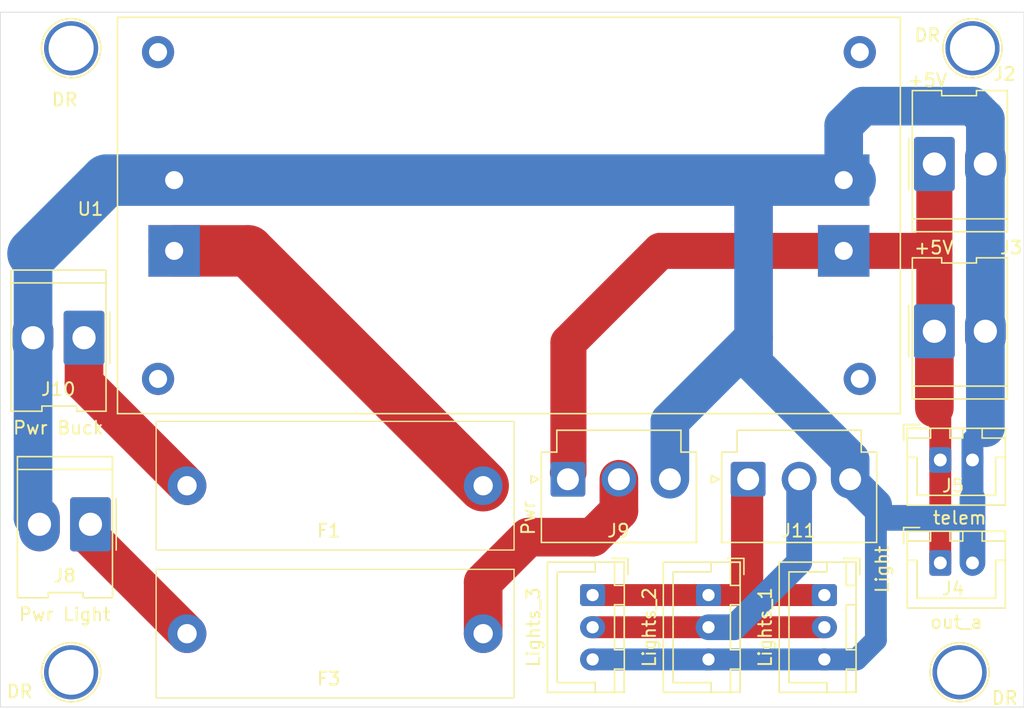
<source format=kicad_pcb>
(kicad_pcb (version 20240108) (generator "pcbnew") (generator_version "8.0")
  (layers (0 "F.Cu" signal) (31 "B.Cu" signal) (34 "B.Paste" user) (35 "F.Paste" user) (36 "B.SilkS" user "B.Silkscreen") (37 "F.SilkS" user "F.Silkscreen") (38 "B.Mask" user) (39 "F.Mask" user) (44 "Edge.Cuts" user))
  (net 0 "")
  (net 1 "GND")
  (net 2 "Net-(J10-Pin_1)")
  (net 3 "/Horn")
  (net 4 "/Light")
  (net 5 "Net-(U1-Vin)")
  (net 6 "/+5V")
  (net 7 "/V_power")
  (net 8 "Net-(J8-Pin_1)")
  (footprint "Connector_JST:JST_XH_B3B-XH-A_1x03_P2.50mm_Vertical" (layer "F.Cu") (at 154.5 90 -90)
    (property "Reference" "J1")
    (property "Value" "Lights_1" (at 2.5 4.6 90) (layer "F.SilkS"))
    (fp_line (start -2.56 3.51) (end 7.56 3.51) (stroke (width 0.12)) (layer "F.SilkS"))
    (fp_line (start 7.56 3.51) (end 7.56 -2.46) (stroke (width 0.12)) (layer "F.SilkS"))
    (fp_line (start -1.8 2.75) (end 2.5 2.75) (stroke (width 0.12)) (layer "F.SilkS"))
    (fp_line (start 6.8 2.75) (end 2.5 2.75) (stroke (width 0.12)) (layer "F.SilkS"))
    (fp_line (start -2.55 -0.2) (end -1.8 -0.2) (stroke (width 0.12)) (layer "F.SilkS"))
    (fp_line (start -1.8 -0.2) (end -1.8 2.75) (stroke (width 0.12)) (layer "F.SilkS"))
    (fp_line (start 6.8 -0.2) (end 6.8 2.75) (stroke (width 0.12)) (layer "F.SilkS"))
    (fp_line (start 7.55 -0.2) (end 6.8 -0.2) (stroke (width 0.12)) (layer "F.SilkS"))
    (fp_line (start -2.55 -1.7) (end -0.75 -1.7) (stroke (width 0.12)) (layer "F.SilkS"))
    (fp_line (start -0.75 -1.7) (end -0.75 -2.45) (stroke (width 0.12)) (layer "F.SilkS"))
    (fp_line (start 0.75 -1.7) (end 4.25 -1.7) (stroke (width 0.12)) (layer "F.SilkS"))
    (fp_line (start 4.25 -1.7) (end 4.25 -2.45) (stroke (width 0.12)) (layer "F.SilkS"))
    (fp_line (start 5.75 -1.7) (end 7.55 -1.7) (stroke (width 0.12)) (layer "F.SilkS"))
    (fp_line (start 7.55 -1.7) (end 7.55 -2.45) (stroke (width 0.12)) (layer "F.SilkS"))
    (fp_line (start -2.55 -2.45) (end -2.55 -1.7) (stroke (width 0.12)) (layer "F.SilkS"))
    (fp_line (start -0.75 -2.45) (end -2.55 -2.45) (stroke (width 0.12)) (layer "F.SilkS"))
    (fp_line (start 0.75 -2.45) (end 0.75 -1.7) (stroke (width 0.12)) (layer "F.SilkS"))
    (fp_line (start 4.25 -2.45) (end 0.75 -2.45) (stroke (width 0.12)) (layer "F.SilkS"))
    (fp_line (start 5.75 -2.45) (end 5.75 -1.7) (stroke (width 0.12)) (layer "F.SilkS"))
    (fp_line (start 7.55 -2.45) (end 5.75 -2.45) (stroke (width 0.12)) (layer "F.SilkS"))
    (fp_line (start -2.56 -2.46) (end -2.56 3.51) (stroke (width 0.12)) (layer "F.SilkS"))
    (fp_line (start 7.56 -2.46) (end -2.56 -2.46) (stroke (width 0.12)) (layer "F.SilkS"))
    (fp_line (start -2.85 -2.75) (end -2.85 -1.5) (stroke (width 0.12)) (layer "F.SilkS"))
    (fp_line (start -1.6 -2.75) (end -2.85 -2.75) (stroke (width 0.12)) (layer "F.SilkS"))
    (pad "1" thru_hole roundrect (at 0 0 270) (size 1.7 1.95) (drill 0.95) (layers "*.Cu" "*.Mask") (roundrect_rratio 0.147059) (net 3 "/Horn"))
    (pad "2" thru_hole oval (at 2.5 0 270) (size 1.7 1.95) (drill 0.95) (layers "*.Cu" "*.Mask") (net 4 "/Light"))
    (pad "3" thru_hole oval (at 5 0 270) (size 1.7 1.95) (drill 0.95) (layers "*.Cu" "*.Mask") (net 1 "GND"))
  )
  (footprint "Connector_Molex:Molex_KK-396_5273-02A_1x02_P3.96mm_Vertical" (layer "F.Cu") (at 163.04 56.5)
    (property "Reference" "J2" (at 5.46 -7 0) (layer "F.SilkS"))
    (property "Value" "+5V" (at -0.54 -6.5 0) (layer "F.SilkS"))
    (fp_line (start -2 -2) (end -2 2) (stroke (width 0.12)) (layer "F.SilkS"))
    (fp_line (start -1.71 -5.71) (end 0.57 -5.71) (stroke (width 0.12)) (layer "F.SilkS"))
    (fp_line (start -1.71 4.26) (end -1.71 -5.71) (stroke (width 0.12)) (layer "F.SilkS"))
    (fp_line (start -1.71 4.26) (end 5.67 4.26) (stroke (width 0.12)) (layer "F.SilkS"))
    (fp_line (start -1.71 5.26) (end -1.71 4.26) (stroke (width 0.12)) (layer "F.SilkS"))
    (fp_line (start 0.57 -5.71) (end 0.57 -5.31) (stroke (width 0.12)) (layer "F.SilkS"))
    (fp_line (start 0.57 -5.31) (end 3.27 -5.31) (stroke (width 0.12)) (layer "F.SilkS"))
    (fp_line (start 3.27 -5.71) (end 5.67 -5.71) (stroke (width 0.12)) (layer "F.SilkS"))
    (fp_line (start 3.27 -5.31) (end 3.27 -5.71) (stroke (width 0.12)) (layer "F.SilkS"))
    (fp_line (start 5.67 -5.71) (end 5.67 5.26) (stroke (width 0.12)) (layer "F.SilkS"))
    (fp_line (start 5.67 5.26) (end -1.71 5.26) (stroke (width 0.12)) (layer "F.SilkS"))
    (pad "1" thru_hole roundrect (at 0 0) (size 3.16 4.2) (drill 1.8) (layers "*.Cu" "*.Mask") (roundrect_rratio 0.079114) (net 6 "/+5V"))
    (pad "2" thru_hole oval (at 3.96 0) (size 3.16 4.2) (drill 1.8) (layers "*.Cu" "*.Mask") (net 1 "GND"))
  )
  (footprint "Connector_JST:JST_XH_B3B-XH-A_1x03_P2.50mm_Vertical" (layer "F.Cu") (at 136.5 90 -90)
    (property "Reference" "J7")
    (property "Value" "Lights_3" (at 2.5 4.6 90) (layer "F.SilkS"))
    (fp_line (start -2.56 3.51) (end 7.56 3.51) (stroke (width 0.12)) (layer "F.SilkS"))
    (fp_line (start 7.56 3.51) (end 7.56 -2.46) (stroke (width 0.12)) (layer "F.SilkS"))
    (fp_line (start -1.8 2.75) (end 2.5 2.75) (stroke (width 0.12)) (layer "F.SilkS"))
    (fp_line (start 6.8 2.75) (end 2.5 2.75) (stroke (width 0.12)) (layer "F.SilkS"))
    (fp_line (start -2.55 -0.2) (end -1.8 -0.2) (stroke (width 0.12)) (layer "F.SilkS"))
    (fp_line (start -1.8 -0.2) (end -1.8 2.75) (stroke (width 0.12)) (layer "F.SilkS"))
    (fp_line (start 6.8 -0.2) (end 6.8 2.75) (stroke (width 0.12)) (layer "F.SilkS"))
    (fp_line (start 7.55 -0.2) (end 6.8 -0.2) (stroke (width 0.12)) (layer "F.SilkS"))
    (fp_line (start -2.55 -1.7) (end -0.75 -1.7) (stroke (width 0.12)) (layer "F.SilkS"))
    (fp_line (start -0.75 -1.7) (end -0.75 -2.45) (stroke (width 0.12)) (layer "F.SilkS"))
    (fp_line (start 0.75 -1.7) (end 4.25 -1.7) (stroke (width 0.12)) (layer "F.SilkS"))
    (fp_line (start 4.25 -1.7) (end 4.25 -2.45) (stroke (width 0.12)) (layer "F.SilkS"))
    (fp_line (start 5.75 -1.7) (end 7.55 -1.7) (stroke (width 0.12)) (layer "F.SilkS"))
    (fp_line (start 7.55 -1.7) (end 7.55 -2.45) (stroke (width 0.12)) (layer "F.SilkS"))
    (fp_line (start -2.55 -2.45) (end -2.55 -1.7) (stroke (width 0.12)) (layer "F.SilkS"))
    (fp_line (start -0.75 -2.45) (end -2.55 -2.45) (stroke (width 0.12)) (layer "F.SilkS"))
    (fp_line (start 0.75 -2.45) (end 0.75 -1.7) (stroke (width 0.12)) (layer "F.SilkS"))
    (fp_line (start 4.25 -2.45) (end 0.75 -2.45) (stroke (width 0.12)) (layer "F.SilkS"))
    (fp_line (start 5.75 -2.45) (end 5.75 -1.7) (stroke (width 0.12)) (layer "F.SilkS"))
    (fp_line (start 7.55 -2.45) (end 5.75 -2.45) (stroke (width 0.12)) (layer "F.SilkS"))
    (fp_line (start -2.56 -2.46) (end -2.56 3.51) (stroke (width 0.12)) (layer "F.SilkS"))
    (fp_line (start 7.56 -2.46) (end -2.56 -2.46) (stroke (width 0.12)) (layer "F.SilkS"))
    (fp_line (start -2.85 -2.75) (end -2.85 -1.5) (stroke (width 0.12)) (layer "F.SilkS"))
    (fp_line (start -1.6 -2.75) (end -2.85 -2.75) (stroke (width 0.12)) (layer "F.SilkS"))
    (pad "1" thru_hole roundrect (at 0 0 270) (size 1.7 1.95) (drill 0.95) (layers "*.Cu" "*.Mask") (roundrect_rratio 0.147059) (net 3 "/Horn"))
    (pad "2" thru_hole oval (at 2.5 0 270) (size 1.7 1.95) (drill 0.95) (layers "*.Cu" "*.Mask") (net 4 "/Light"))
    (pad "3" thru_hole oval (at 5 0 270) (size 1.7 1.95) (drill 0.95) (layers "*.Cu" "*.Mask") (net 1 "GND"))
  )
  (footprint "Connector_Pin:Pin_D1.3mm_L11.0mm" (layer "F.Cu") (at 165 96)
    (property "Reference" "DR" (at 3.5 2 0) (layer "F.SilkS"))
    (property "Value" "drill")
    (fp_circle (center 0 0) (end 2.3 0) (stroke (width 0.12)) (fill none) (layer "F.SilkS"))
    (pad "1" thru_hole circle (at 0 0) (size 4.2 4.2) (drill 3.5) (layers "*.Cu" "*.Mask"))
  )
  (footprint "Connector_JST:JST_VH_B3P-VH_1x03_P3.96mm_Vertical" (layer "F.Cu") (at 134.58 81)
    (property "Reference" "J9" (at 3.92 4 0) (layer "F.SilkS"))
    (property "Value" "Pwr" (at -3.08 3 90) (layer "F.SilkS"))
    (fp_line (start -2.86 -0.3) (end -2.26 0) (stroke (width 0.12)) (layer "F.SilkS"))
    (fp_line (start -2.86 0.3) (end -2.86 -0.3) (stroke (width 0.12)) (layer "F.SilkS"))
    (fp_line (start -2.26 0) (end -2.86 0.3) (stroke (width 0.12)) (layer "F.SilkS"))
    (fp_line (start -2.06 -2.11) (end -0.86 -2.11) (stroke (width 0.12)) (layer "F.SilkS"))
    (fp_line (start -2.06 4.91) (end -2.06 -2.11) (stroke (width 0.12)) (layer "F.SilkS"))
    (fp_line (start -0.86 -3.81) (end 8.78 -3.81) (stroke (width 0.12)) (layer "F.SilkS"))
    (fp_line (start -0.86 -2.11) (end -0.86 -3.81) (stroke (width 0.12)) (layer "F.SilkS"))
    (fp_line (start 8.78 -3.81) (end 8.78 -2.11) (stroke (width 0.12)) (layer "F.SilkS"))
    (fp_line (start 8.78 -2.11) (end 9.98 -2.11) (stroke (width 0.12)) (layer "F.SilkS"))
    (fp_line (start 9.98 -2.11) (end 9.98 4.91) (stroke (width 0.12)) (layer "F.SilkS"))
    (fp_line (start 9.98 4.91) (end -2.06 4.91) (stroke (width 0.12)) (layer "F.SilkS"))
    (pad "1" thru_hole roundrect (at 0 0) (size 2.7 2.7) (drill 1.7) (layers "*.Cu" "*.Mask") (roundrect_rratio 0.092593) (net 6 "/+5V"))
    (pad "2" thru_hole circle (at 3.96 0) (size 2.7 2.7) (drill 1.7) (layers "*.Cu" "*.Mask") (net 7 "/V_power"))
    (pad "3" thru_hole circle (at 7.92 0) (size 2.7 2.7) (drill 1.7) (layers "*.Cu" "*.Mask") (net 1 "GND"))
  )
  (footprint "Module:Ali Voltage Regulator" (layer "F.Cu") (at 100 45.5)
    (property "Reference" "U1" (at -2.5 14.5 0) (layer "F.SilkS"))
    (property "Value" "ALI_BUCK")
    (fp_line (start -0.4 -0.4) (end -0.4 30.4) (stroke (width 0.12)) (layer "F.SilkS"))
    (fp_line (start -0.4 -0.4) (end 60.4 -0.4) (stroke (width 0.12)) (layer "F.SilkS"))
    (fp_line (start -0.4 30.4) (end 60.4 30.4) (stroke (width 0.12)) (layer "F.SilkS"))
    (fp_line (start 60.4 -0.4) (end 60.4 30.4) (stroke (width 0.12)) (layer "F.SilkS"))
    (pad "" np_thru_hole circle (at 2.75 2.3) (size 2.5 2.5) (drill 1.4) (layers "*.Cu" "*.Mask"))
    (pad "" np_thru_hole circle (at 2.75 27.7) (size 2.5 2.5) (drill 1.4) (layers "*.Cu" "*.Mask"))
    (pad "" np_thru_hole circle (at 57.25 2.3) (size 2.5 2.5) (drill 1.4) (layers "*.Cu" "*.Mask"))
    (pad "" np_thru_hole circle (at 57.25 27.7) (size 2.5 2.5) (drill 1.4) (layers "*.Cu" "*.Mask"))
    (pad "1" thru_hole rect (at 4 17.75) (size 4 4) (drill 1.4) (layers "*.Cu" "*.Mask") (net 5 "Net-(U1-Vin)"))
    (pad "2" thru_hole rect (at 4 12.25) (size 4 4) (drill 1.4) (layers "*.Cu" "*.Mask") (net 1 "GND"))
    (pad "3" thru_hole rect (at 56 17.75) (size 4 4) (drill 1.4) (layers "*.Cu" "*.Mask") (net 6 "/+5V"))
    (pad "4" thru_hole rect (at 56 12.25) (size 4 4) (drill 1.4) (layers "*.Cu" "*.Mask") (net 1 "GND"))
  )
  (footprint "Connector_JST:JST_XH_B2B-XH-A_1x02_P2.50mm_Vertical" (layer "F.Cu") (at 163.5 87.5)
    (property "Reference" "J4" (at 1 2 0) (layer "F.SilkS"))
    (property "Value" "out_a" (at 1.25 4.6 0) (layer "F.SilkS"))
    (fp_line (start -2.85 -2.75) (end -2.85 -1.5) (stroke (width 0.12)) (layer "F.SilkS"))
    (fp_line (start -2.56 -2.46) (end -2.56 3.51) (stroke (width 0.12)) (layer "F.SilkS"))
    (fp_line (start -2.56 3.51) (end 5.06 3.51) (stroke (width 0.12)) (layer "F.SilkS"))
    (fp_line (start -2.55 -2.45) (end -2.55 -1.7) (stroke (width 0.12)) (layer "F.SilkS"))
    (fp_line (start -2.55 -1.7) (end -0.75 -1.7) (stroke (width 0.12)) (layer "F.SilkS"))
    (fp_line (start -2.55 -0.2) (end -1.8 -0.2) (stroke (width 0.12)) (layer "F.SilkS"))
    (fp_line (start -1.8 -0.2) (end -1.8 2.75) (stroke (width 0.12)) (layer "F.SilkS"))
    (fp_line (start -1.8 2.75) (end 1.25 2.75) (stroke (width 0.12)) (layer "F.SilkS"))
    (fp_line (start -1.6 -2.75) (end -2.85 -2.75) (stroke (width 0.12)) (layer "F.SilkS"))
    (fp_line (start -0.75 -2.45) (end -2.55 -2.45) (stroke (width 0.12)) (layer "F.SilkS"))
    (fp_line (start -0.75 -1.7) (end -0.75 -2.45) (stroke (width 0.12)) (layer "F.SilkS"))
    (fp_line (start 0.75 -2.45) (end 0.75 -1.7) (stroke (width 0.12)) (layer "F.SilkS"))
    (fp_line (start 0.75 -1.7) (end 1.75 -1.7) (stroke (width 0.12)) (layer "F.SilkS"))
    (fp_line (start 1.75 -2.45) (end 0.75 -2.45) (stroke (width 0.12)) (layer "F.SilkS"))
    (fp_line (start 1.75 -1.7) (end 1.75 -2.45) (stroke (width 0.12)) (layer "F.SilkS"))
    (fp_line (start 3.25 -2.45) (end 3.25 -1.7) (stroke (width 0.12)) (layer "F.SilkS"))
    (fp_line (start 3.25 -1.7) (end 5.05 -1.7) (stroke (width 0.12)) (layer "F.SilkS"))
    (fp_line (start 4.3 -0.2) (end 4.3 2.75) (stroke (width 0.12)) (layer "F.SilkS"))
    (fp_line (start 4.3 2.75) (end 1.25 2.75) (stroke (width 0.12)) (layer "F.SilkS"))
    (fp_line (start 5.05 -2.45) (end 3.25 -2.45) (stroke (width 0.12)) (layer "F.SilkS"))
    (fp_line (start 5.05 -1.7) (end 5.05 -2.45) (stroke (width 0.12)) (layer "F.SilkS"))
    (fp_line (start 5.05 -0.2) (end 4.3 -0.2) (stroke (width 0.12)) (layer "F.SilkS"))
    (fp_line (start 5.06 -2.46) (end -2.56 -2.46) (stroke (width 0.12)) (layer "F.SilkS"))
    (fp_line (start 5.06 3.51) (end 5.06 -2.46) (stroke (width 0.12)) (layer "F.SilkS"))
    (pad "1" thru_hole roundrect (at 0 0) (size 1.7 2) (drill 1) (layers "*.Cu" "*.Mask") (roundrect_rratio 0.147059) (net 6 "/+5V"))
    (pad "2" thru_hole oval (at 2.5 0) (size 1.7 2) (drill 1) (layers "*.Cu" "*.Mask") (net 1 "GND"))
  )
  (footprint "Connector_Pin:Pin_D1.3mm_L11.0mm" (layer "F.Cu") (at 96 47.5)
    (property "Reference" "DR" (at -0.5 4 0) (layer "F.SilkS"))
    (property "Value" "drill")
    (fp_circle (center 0 0) (end 2.3 0) (stroke (width 0.12)) (fill none) (layer "F.SilkS"))
    (pad "1" thru_hole circle (at 0 0) (size 4.2 4.2) (drill 3.5) (layers "*.Cu" "*.Mask"))
  )
  (footprint "Connector_JST:JST_XH_B2B-XH-A_1x02_P2.50mm_Vertical" (layer "F.Cu") (at 163.5 79.5)
    (property "Reference" "J5" (at 1 2 0) (layer "F.SilkS"))
    (property "Value" "telem" (at 1.5 4.5 0) (layer "F.SilkS"))
    (fp_line (start -2.85 -2.75) (end -2.85 -1.5) (stroke (width 0.12)) (layer "F.SilkS"))
    (fp_line (start -2.56 -2.46) (end -2.56 3.51) (stroke (width 0.12)) (layer "F.SilkS"))
    (fp_line (start -2.56 3.51) (end 5.06 3.51) (stroke (width 0.12)) (layer "F.SilkS"))
    (fp_line (start -2.55 -2.45) (end -2.55 -1.7) (stroke (width 0.12)) (layer "F.SilkS"))
    (fp_line (start -2.55 -1.7) (end -0.75 -1.7) (stroke (width 0.12)) (layer "F.SilkS"))
    (fp_line (start -2.55 -0.2) (end -1.8 -0.2) (stroke (width 0.12)) (layer "F.SilkS"))
    (fp_line (start -1.8 -0.2) (end -1.8 2.75) (stroke (width 0.12)) (layer "F.SilkS"))
    (fp_line (start -1.8 2.75) (end 1.25 2.75) (stroke (width 0.12)) (layer "F.SilkS"))
    (fp_line (start -1.6 -2.75) (end -2.85 -2.75) (stroke (width 0.12)) (layer "F.SilkS"))
    (fp_line (start -0.75 -2.45) (end -2.55 -2.45) (stroke (width 0.12)) (layer "F.SilkS"))
    (fp_line (start -0.75 -1.7) (end -0.75 -2.45) (stroke (width 0.12)) (layer "F.SilkS"))
    (fp_line (start 0.75 -2.45) (end 0.75 -1.7) (stroke (width 0.12)) (layer "F.SilkS"))
    (fp_line (start 0.75 -1.7) (end 1.75 -1.7) (stroke (width 0.12)) (layer "F.SilkS"))
    (fp_line (start 1.75 -2.45) (end 0.75 -2.45) (stroke (width 0.12)) (layer "F.SilkS"))
    (fp_line (start 1.75 -1.7) (end 1.75 -2.45) (stroke (width 0.12)) (layer "F.SilkS"))
    (fp_line (start 3.25 -2.45) (end 3.25 -1.7) (stroke (width 0.12)) (layer "F.SilkS"))
    (fp_line (start 3.25 -1.7) (end 5.05 -1.7) (stroke (width 0.12)) (layer "F.SilkS"))
    (fp_line (start 4.3 -0.2) (end 4.3 2.75) (stroke (width 0.12)) (layer "F.SilkS"))
    (fp_line (start 4.3 2.75) (end 1.25 2.75) (stroke (width 0.12)) (layer "F.SilkS"))
    (fp_line (start 5.05 -2.45) (end 3.25 -2.45) (stroke (width 0.12)) (layer "F.SilkS"))
    (fp_line (start 5.05 -1.7) (end 5.05 -2.45) (stroke (width 0.12)) (layer "F.SilkS"))
    (fp_line (start 5.05 -0.2) (end 4.3 -0.2) (stroke (width 0.12)) (layer "F.SilkS"))
    (fp_line (start 5.06 -2.46) (end -2.56 -2.46) (stroke (width 0.12)) (layer "F.SilkS"))
    (fp_line (start 5.06 3.51) (end 5.06 -2.46) (stroke (width 0.12)) (layer "F.SilkS"))
    (pad "1" thru_hole roundrect (at 0 0) (size 1.7 2) (drill 1) (layers "*.Cu" "*.Mask") (roundrect_rratio 0.147059) (net 6 "/+5V"))
    (pad "2" thru_hole oval (at 2.5 0) (size 1.7 2) (drill 1) (layers "*.Cu" "*.Mask") (net 1 "GND"))
  )
  (footprint "Connector_Pin:Pin_D1.3mm_L11.0mm" (layer "F.Cu") (at 96 96)
    (property "Reference" "DR" (at -4 1.5 0) (layer "F.SilkS"))
    (property "Value" "drill")
    (fp_circle (center 0 0) (end 2.3 0) (stroke (width 0.12)) (fill none) (layer "F.SilkS"))
    (pad "1" thru_hole circle (at 0 0) (size 4.2 4.2) (drill 3.5) (layers "*.Cu" "*.Mask"))
  )
  (footprint "Connector_Pin:Pin_D1.3mm_L11.0mm" (layer "F.Cu") (at 166 47.5)
    (property "Reference" "DR" (at -3.5 -1 0) (layer "F.SilkS"))
    (property "Value" "drill")
    (fp_circle (center 0 0) (end 2.3 0) (stroke (width 0.12)) (fill none) (layer "F.SilkS"))
    (pad "1" thru_hole circle (at 0 0) (size 4.2 4.2) (drill 3.5) (layers "*.Cu" "*.Mask"))
  )
  (footprint "Connector_Molex:Molex_KK-396_5273-02A_1x02_P3.96mm_Vertical" (layer "F.Cu") (at 163.04 69.5)
    (property "Reference" "J3" (at 5.96 -6.5 0) (layer "F.SilkS"))
    (property "Value" "+5V" (at -0.04 -6.5 0) (layer "F.SilkS"))
    (fp_line (start -2 -2) (end -2 2) (stroke (width 0.12)) (layer "F.SilkS"))
    (fp_line (start -1.71 -5.71) (end 0.57 -5.71) (stroke (width 0.12)) (layer "F.SilkS"))
    (fp_line (start -1.71 4.26) (end -1.71 -5.71) (stroke (width 0.12)) (layer "F.SilkS"))
    (fp_line (start -1.71 4.26) (end 5.67 4.26) (stroke (width 0.12)) (layer "F.SilkS"))
    (fp_line (start -1.71 5.26) (end -1.71 4.26) (stroke (width 0.12)) (layer "F.SilkS"))
    (fp_line (start 0.57 -5.71) (end 0.57 -5.31) (stroke (width 0.12)) (layer "F.SilkS"))
    (fp_line (start 0.57 -5.31) (end 3.27 -5.31) (stroke (width 0.12)) (layer "F.SilkS"))
    (fp_line (start 3.27 -5.71) (end 5.67 -5.71) (stroke (width 0.12)) (layer "F.SilkS"))
    (fp_line (start 3.27 -5.31) (end 3.27 -5.71) (stroke (width 0.12)) (layer "F.SilkS"))
    (fp_line (start 5.67 -5.71) (end 5.67 5.26) (stroke (width 0.12)) (layer "F.SilkS"))
    (fp_line (start 5.67 5.26) (end -1.71 5.26) (stroke (width 0.12)) (layer "F.SilkS"))
    (pad "1" thru_hole roundrect (at 0 0) (size 3.16 4.2) (drill 1.8) (layers "*.Cu" "*.Mask") (roundrect_rratio 0.079114) (net 6 "/+5V"))
    (pad "2" thru_hole oval (at 3.96 0) (size 3.16 4.2) (drill 1.8) (layers "*.Cu" "*.Mask") (net 1 "GND"))
  )
  (footprint "Connector_Molex:Molex_KK-396_5273-02A_1x02_P3.96mm_Vertical" (layer "F.Cu") (at 97.5 84.5 180)
    (property "Reference" "J8" (at 2 -4 0) (layer "F.SilkS"))
    (property "Value" "Pwr Light" (at 2 -7 0) (layer "F.SilkS"))
    (fp_line (start 5.67 5.26) (end -1.71 5.26) (stroke (width 0.12)) (layer "F.SilkS"))
    (fp_line (start 5.67 -5.71) (end 5.67 5.26) (stroke (width 0.12)) (layer "F.SilkS"))
    (fp_line (start 3.27 -5.31) (end 3.27 -5.71) (stroke (width 0.12)) (layer "F.SilkS"))
    (fp_line (start 3.27 -5.71) (end 5.67 -5.71) (stroke (width 0.12)) (layer "F.SilkS"))
    (fp_line (start 0.57 -5.31) (end 3.27 -5.31) (stroke (width 0.12)) (layer "F.SilkS"))
    (fp_line (start 0.57 -5.71) (end 0.57 -5.31) (stroke (width 0.12)) (layer "F.SilkS"))
    (fp_line (start -1.71 5.26) (end -1.71 4.26) (stroke (width 0.12)) (layer "F.SilkS"))
    (fp_line (start -1.71 4.26) (end 5.67 4.26) (stroke (width 0.12)) (layer "F.SilkS"))
    (fp_line (start -1.71 4.26) (end -1.71 -5.71) (stroke (width 0.12)) (layer "F.SilkS"))
    (fp_line (start -1.71 -5.71) (end 0.57 -5.71) (stroke (width 0.12)) (layer "F.SilkS"))
    (fp_line (start -2 -2) (end -2 2) (stroke (width 0.12)) (layer "F.SilkS"))
    (pad "1" thru_hole roundrect (at 0 0 180) (size 3.16 4.2) (drill 1.8) (layers "*.Cu" "*.Mask") (roundrect_rratio 0.079114) (net 8 "Net-(J8-Pin_1)"))
    (pad "2" thru_hole oval (at 3.96 0 180) (size 3.16 4.2) (drill 1.8) (layers "*.Cu" "*.Mask") (net 1 "GND"))
  )
  (footprint "Connector_Molex:Molex_KK-396_5273-02A_1x02_P3.96mm_Vertical" (layer "F.Cu") (at 97 70 180)
    (property "Reference" "J10" (at 2 -4 0) (layer "F.SilkS"))
    (property "Value" "Pwr Buck" (at 2 -7 0) (layer "F.SilkS"))
    (fp_line (start 5.67 5.26) (end -1.71 5.26) (stroke (width 0.12)) (layer "F.SilkS"))
    (fp_line (start 5.67 -5.71) (end 5.67 5.26) (stroke (width 0.12)) (layer "F.SilkS"))
    (fp_line (start 3.27 -5.31) (end 3.27 -5.71) (stroke (width 0.12)) (layer "F.SilkS"))
    (fp_line (start 3.27 -5.71) (end 5.67 -5.71) (stroke (width 0.12)) (layer "F.SilkS"))
    (fp_line (start 0.57 -5.31) (end 3.27 -5.31) (stroke (width 0.12)) (layer "F.SilkS"))
    (fp_line (start 0.57 -5.71) (end 0.57 -5.31) (stroke (width 0.12)) (layer "F.SilkS"))
    (fp_line (start -1.71 5.26) (end -1.71 4.26) (stroke (width 0.12)) (layer "F.SilkS"))
    (fp_line (start -1.71 4.26) (end 5.67 4.26) (stroke (width 0.12)) (layer "F.SilkS"))
    (fp_line (start -1.71 4.26) (end -1.71 -5.71) (stroke (width 0.12)) (layer "F.SilkS"))
    (fp_line (start -1.71 -5.71) (end 0.57 -5.71) (stroke (width 0.12)) (layer "F.SilkS"))
    (fp_line (start -2 -2) (end -2 2) (stroke (width 0.12)) (layer "F.SilkS"))
    (pad "1" thru_hole roundrect (at 0 0 180) (size 3.16 4.2) (drill 1.8) (layers "*.Cu" "*.Mask") (roundrect_rratio 0.079114) (net 2 "Net-(J10-Pin_1)"))
    (pad "2" thru_hole oval (at 3.96 0 180) (size 3.16 4.2) (drill 1.8) (layers "*.Cu" "*.Mask") (net 1 "GND"))
  )
  (footprint "Connector_JST:JST_XH_B3B-XH-A_1x03_P2.50mm_Vertical" (layer "F.Cu") (at 145.5 90 -90)
    (property "Reference" "J6")
    (property "Value" "Lights_2" (at 2.5 4.6 90) (layer "F.SilkS"))
    (fp_line (start -2.56 3.51) (end 7.56 3.51) (stroke (width 0.12)) (layer "F.SilkS"))
    (fp_line (start 7.56 3.51) (end 7.56 -2.46) (stroke (width 0.12)) (layer "F.SilkS"))
    (fp_line (start -1.8 2.75) (end 2.5 2.75) (stroke (width 0.12)) (layer "F.SilkS"))
    (fp_line (start 6.8 2.75) (end 2.5 2.75) (stroke (width 0.12)) (layer "F.SilkS"))
    (fp_line (start -2.55 -0.2) (end -1.8 -0.2) (stroke (width 0.12)) (layer "F.SilkS"))
    (fp_line (start -1.8 -0.2) (end -1.8 2.75) (stroke (width 0.12)) (layer "F.SilkS"))
    (fp_line (start 6.8 -0.2) (end 6.8 2.75) (stroke (width 0.12)) (layer "F.SilkS"))
    (fp_line (start 7.55 -0.2) (end 6.8 -0.2) (stroke (width 0.12)) (layer "F.SilkS"))
    (fp_line (start -2.55 -1.7) (end -0.75 -1.7) (stroke (width 0.12)) (layer "F.SilkS"))
    (fp_line (start -0.75 -1.7) (end -0.75 -2.45) (stroke (width 0.12)) (layer "F.SilkS"))
    (fp_line (start 0.75 -1.7) (end 4.25 -1.7) (stroke (width 0.12)) (layer "F.SilkS"))
    (fp_line (start 4.25 -1.7) (end 4.25 -2.45) (stroke (width 0.12)) (layer "F.SilkS"))
    (fp_line (start 5.75 -1.7) (end 7.55 -1.7) (stroke (width 0.12)) (layer "F.SilkS"))
    (fp_line (start 7.55 -1.7) (end 7.55 -2.45) (stroke (width 0.12)) (layer "F.SilkS"))
    (fp_line (start -2.55 -2.45) (end -2.55 -1.7) (stroke (width 0.12)) (layer "F.SilkS"))
    (fp_line (start -0.75 -2.45) (end -2.55 -2.45) (stroke (width 0.12)) (layer "F.SilkS"))
    (fp_line (start 0.75 -2.45) (end 0.75 -1.7) (stroke (width 0.12)) (layer "F.SilkS"))
    (fp_line (start 4.25 -2.45) (end 0.75 -2.45) (stroke (width 0.12)) (layer "F.SilkS"))
    (fp_line (start 5.75 -2.45) (end 5.75 -1.7) (stroke (width 0.12)) (layer "F.SilkS"))
    (fp_line (start 7.55 -2.45) (end 5.75 -2.45) (stroke (width 0.12)) (layer "F.SilkS"))
    (fp_line (start -2.56 -2.46) (end -2.56 3.51) (stroke (width 0.12)) (layer "F.SilkS"))
    (fp_line (start 7.56 -2.46) (end -2.56 -2.46) (stroke (width 0.12)) (layer "F.SilkS"))
    (fp_line (start -2.85 -2.75) (end -2.85 -1.5) (stroke (width 0.12)) (layer "F.SilkS"))
    (fp_line (start -1.6 -2.75) (end -2.85 -2.75) (stroke (width 0.12)) (layer "F.SilkS"))
    (pad "1" thru_hole roundrect (at 0 0 270) (size 1.7 1.95) (drill 0.95) (layers "*.Cu" "*.Mask") (roundrect_rratio 0.147059) (net 3 "/Horn"))
    (pad "2" thru_hole oval (at 2.5 0 270) (size 1.7 1.95) (drill 0.95) (layers "*.Cu" "*.Mask") (net 4 "/Light"))
    (pad "3" thru_hole oval (at 5 0 270) (size 1.7 1.95) (drill 0.95) (layers "*.Cu" "*.Mask") (net 1 "GND"))
  )
  (footprint "Fuse:Fuse_20mm_Holder" (layer "F.Cu") (at 128 81.5 180)
    (property "Reference" "F1" (at 12 -3.5 0) (layer "F.SilkS"))
    (property "Value" "Fuse")
    (fp_line (start 25.4 5) (end -2.4 5) (stroke (width 0.1)) (layer "F.SilkS"))
    (fp_line (start 25.4 0) (end 25.4 5) (stroke (width 0.1)) (layer "F.SilkS"))
    (fp_line (start 25.4 -5) (end 25.4 0) (stroke (width 0.1)) (layer "F.SilkS"))
    (fp_line (start 25.4 -5) (end -2.4 -5) (stroke (width 0.1)) (layer "F.SilkS"))
    (fp_line (start -2.4 -5) (end -2.4 5) (stroke (width 0.1)) (layer "F.SilkS"))
    (pad "1" thru_hole circle (at 0 0 180) (size 3 3) (drill 1.5) (layers "*.Cu" "*.Mask") (net 5 "Net-(U1-Vin)"))
    (pad "2" thru_hole circle (at 23 0 180) (size 3 3) (drill 1.5) (layers "*.Cu" "*.Mask") (net 2 "Net-(J10-Pin_1)"))
  )
  (footprint "Connector_JST:JST_VH_B3P-VH_1x03_P3.96mm_Vertical" (layer "F.Cu") (at 148.58 81)
    (property "Reference" "J11" (at 3.92 4 0) (layer "F.SilkS"))
    (property "Value" "Light" (at 10.42 7 90) (layer "F.SilkS"))
    (fp_line (start -2.86 -0.3) (end -2.26 0) (stroke (width 0.12)) (layer "F.SilkS"))
    (fp_line (start -2.86 0.3) (end -2.86 -0.3) (stroke (width 0.12)) (layer "F.SilkS"))
    (fp_line (start -2.26 0) (end -2.86 0.3) (stroke (width 0.12)) (layer "F.SilkS"))
    (fp_line (start -2.06 -2.11) (end -0.86 -2.11) (stroke (width 0.12)) (layer "F.SilkS"))
    (fp_line (start -2.06 4.91) (end -2.06 -2.11) (stroke (width 0.12)) (layer "F.SilkS"))
    (fp_line (start -0.86 -3.81) (end 8.78 -3.81) (stroke (width 0.12)) (layer "F.SilkS"))
    (fp_line (start -0.86 -2.11) (end -0.86 -3.81) (stroke (width 0.12)) (layer "F.SilkS"))
    (fp_line (start 8.78 -3.81) (end 8.78 -2.11) (stroke (width 0.12)) (layer "F.SilkS"))
    (fp_line (start 8.78 -2.11) (end 9.98 -2.11) (stroke (width 0.12)) (layer "F.SilkS"))
    (fp_line (start 9.98 -2.11) (end 9.98 4.91) (stroke (width 0.12)) (layer "F.SilkS"))
    (fp_line (start 9.98 4.91) (end -2.06 4.91) (stroke (width 0.12)) (layer "F.SilkS"))
    (pad "1" thru_hole roundrect (at 0 0) (size 2.7 2.7) (drill 1.7) (layers "*.Cu" "*.Mask") (roundrect_rratio 0.092593) (net 3 "/Horn"))
    (pad "2" thru_hole circle (at 3.96 0) (size 2.7 2.7) (drill 1.7) (layers "*.Cu" "*.Mask") (net 4 "/Light"))
    (pad "3" thru_hole circle (at 7.92 0) (size 2.7 2.7) (drill 1.7) (layers "*.Cu" "*.Mask") (net 1 "GND"))
  )
  (footprint "Fuse:Fuse_20mm_Holder" (layer "F.Cu") (at 128 93 180)
    (property "Reference" "F3" (at 12 -3.5 0) (layer "F.SilkS"))
    (property "Value" "Fuse")
    (fp_line (start 25.4 5) (end -2.4 5) (stroke (width 0.1)) (layer "F.SilkS"))
    (fp_line (start 25.4 0) (end 25.4 5) (stroke (width 0.1)) (layer "F.SilkS"))
    (fp_line (start 25.4 -5) (end 25.4 0) (stroke (width 0.1)) (layer "F.SilkS"))
    (fp_line (start 25.4 -5) (end -2.4 -5) (stroke (width 0.1)) (layer "F.SilkS"))
    (fp_line (start -2.4 -5) (end -2.4 5) (stroke (width 0.1)) (layer "F.SilkS"))
    (pad "1" thru_hole circle (at 0 0 180) (size 3 3) (drill 1.5) (layers "*.Cu" "*.Mask") (net 7 "/V_power"))
    (pad "2" thru_hole circle (at 23 0 180) (size 3 3) (drill 1.5) (layers "*.Cu" "*.Mask") (net 8 "Net-(J8-Pin_1)"))
  )
  (gr_rect (start 90.5 44.7) (end 170 98.7) (stroke (width 0.05)) (fill none) (layer "Edge.Cuts"))
  (segment (start 93.04 70) (end 93.04 84) (width 3) (layer "B.Cu") (net 1))
  (segment (start 154.5 95) (end 157 95) (width 1.7) (layer "B.Cu") (net 1))
  (segment (start 156.5 79.5) (end 149 72) (width 3) (layer "B.Cu") (net 1))
  (segment (start 167 77) (end 167 69.5) (width 3) (layer "B.Cu") (net 1))
  (segment (start 166 82.5) (end 166 84) (width 2) (layer "B.Cu") (net 1))
  (segment (start 136.5 95) (end 145.5 95) (width 1.7) (layer "B.Cu") (net 1))
  (segment (start 98.75 57.75) (end 104 57.75) (width 4) (layer "B.Cu") (net 1))
  (segment (start 166 82.5) (end 166 79.5) (width 1.7) (layer "B.Cu") (net 1))
  (segment (start 167 56.5) (end 167 53) (width 3) (layer "B.Cu") (net 1))
  (segment (start 166 84) (end 159.42 84) (width 2) (layer "B.Cu") (net 1))
  (segment (start 166 70.5) (end 167 69.5) (width 0.2) (layer "B.Cu") (net 1))
  (segment (start 158.5 83) (end 156.5 81) (width 2.5) (layer "B.Cu") (net 1))
  (segment (start 157 95) (end 158.5 93.5) (width 1.7) (layer "B.Cu") (net 1))
  (segment (start 149 57.75) (end 143 57.75) (width 4) (layer "B.Cu") (net 1))
  (segment (start 149 72) (end 149 57.75) (width 3) (layer "B.Cu") (net 1))
  (segment (start 93.04 84) (end 93.54 84.5) (width 3) (layer "B.Cu") (net 1))
  (segment (start 149 70) (end 142.5 76.5) (width 3) (layer "B.Cu") (net 1))
  (segment (start 93.04 63.46) (end 93.04 70) (width 3) (layer "B.Cu") (net 1))
  (segment (start 93.04 63.46) (end 98.75 57.75) (width 4) (layer "B.Cu") (net 1))
  (segment (start 157.5 52) (end 156 53.5) (width 3) (layer "B.Cu") (net 1))
  (segment (start 167 69.5) (end 167 56.5) (width 3) (layer "B.Cu") (net 1))
  (segment (start 166 52) (end 157.5 52) (width 3) (layer "B.Cu") (net 1))
  (segment (start 142.5 76.5) (end 142.5 81) (width 3) (layer "B.Cu") (net 1))
  (segment (start 167 53) (end 166 52) (width 3) (layer "B.Cu") (net 1))
  (segment (start 110.5 57.75) (end 104.5 57.75) (width 4) (layer "B.Cu") (net 1))
  (segment (start 166 78) (end 167 77) (width 1.7) (layer "B.Cu") (net 1))
  (segment (start 156 53.5) (end 156 57.75) (width 3) (layer "B.Cu") (net 1))
  (segment (start 145.5 95) (end 154.5 95) (width 1.7) (layer "B.Cu") (net 1))
  (segment (start 166 84) (end 166 87.5) (width 2) (layer "B.Cu") (net 1))
  (segment (start 156.5 81) (end 156.5 79.5) (width 3) (layer "B.Cu") (net 1))
  (segment (start 156.5 57.75) (end 149 57.75) (width 4) (layer "B.Cu") (net 1))
  (segment (start 166 79.5) (end 166 78) (width 1.7) (layer "B.Cu") (net 1))
  (segment (start 158.5 93.5) (end 158.5 83) (width 1.7) (layer "B.Cu") (net 1))
  (segment (start 143 57.75) (end 110.5 57.75) (width 4) (layer "B.Cu") (net 1))
  (segment (start 97 73.5) (end 105 81.5) (width 3) (layer "F.Cu") (net 2))
  (segment (start 97 70) (end 97 73.5) (width 3) (layer "F.Cu") (net 2))
  (segment (start 148.58 81) (end 148.5 81.08) (width 2.5) (layer "F.Cu") (net 3))
  (segment (start 145.5 90) (end 154.5 90) (width 1.7) (layer "F.Cu") (net 3))
  (segment (start 149 90) (end 154.5 90) (width 1.7) (layer "F.Cu") (net 3))
  (segment (start 148.5 81.08) (end 148.5 89.5) (width 2.5) (layer "F.Cu") (net 3))
  (segment (start 136.5 90) (end 145.5 90) (width 1.7) (layer "F.Cu") (net 3))
  (segment (start 136.5 92.5) (end 145.5 92.5) (width 1.7) (layer "F.Cu") (net 4))
  (segment (start 145.5 92.5) (end 154.5 92.5) (width 1.7) (layer "F.Cu") (net 4))
  (segment (start 147.5 92.5) (end 145.5 92.5) (width 2) (layer "B.Cu") (net 4))
  (segment (start 152.54 81) (end 152.54 87.46) (width 2) (layer "B.Cu") (net 4))
  (segment (start 152.54 87.46) (end 147.5 92.5) (width 2) (layer "B.Cu") (net 4))
  (segment (start 104 63.25) (end 109.75 63.25) (width 4) (layer "F.Cu") (net 5))
  (segment (start 109.75 63.25) (end 128 81.5) (width 4) (layer "F.Cu") (net 5))
  (segment (start 141.75 63.25) (end 134.62 70.38) (width 2.8) (layer "F.Cu") (net 6))
  (segment (start 163.04 75.46) (end 163.04 69.5) (width 3) (layer "F.Cu") (net 6))
  (segment (start 163.5 69.96) (end 163.04 69.5) (width 0.2) (layer "F.Cu") (net 6))
  (segment (start 163.5 79.5) (end 163.5 87.5) (width 1.7) (layer "F.Cu") (net 6))
  (segment (start 134.62 70.38) (end 134.62 80.46) (width 2.8) (layer "F.Cu") (net 6))
  (segment (start 163.5 76) (end 163 75.5) (width 1.7) (layer "F.Cu") (net 6))
  (segment (start 156 63.25) (end 141.75 63.25) (width 2.8) (layer "F.Cu") (net 6))
  (segment (start 156 63.25) (end 162.79 63.25) (width 2.8) (layer "F.Cu") (net 6))
  (segment (start 162.79 63.25) (end 163.04 63.5) (width 0.2) (layer "F.Cu") (net 6))
  (segment (start 163.04 56.5) (end 163.04 63.5) (width 2.8) (layer "F.Cu") (net 6))
  (segment (start 163.04 63.5) (end 163.04 69.5) (width 2.8) (layer "F.Cu") (net 6))
  (segment (start 134.62 80.46) (end 134.58 80.5) (width 2.8) (layer "F.Cu") (net 6))
  (segment (start 163.5 79.5) (end 163.5 76) (width 1.7) (layer "F.Cu") (net 6))
  (segment (start 163 75.5) (end 163.04 75.46) (width 0.2) (layer "F.Cu") (net 6))
  (segment (start 128 89) (end 131.5 85.5) (width 3) (layer "F.Cu") (net 7))
  (segment (start 138.54 83.46) (end 138.54 81) (width 3) (layer "F.Cu") (net 7))
  (segment (start 131.5 85.5) (end 136.5 85.5) (width 3) (layer "F.Cu") (net 7))
  (segment (start 136.5 85.5) (end 138.54 83.46) (width 3) (layer "F.Cu") (net 7))
  (segment (start 128 93) (end 128 89) (width 3) (layer "F.Cu") (net 7))
  (segment (start 97.5 84.5) (end 97.5 85.5) (width 3) (layer "F.Cu") (net 8))
  (segment (start 97.5 85.5) (end 105 93) (width 3) (layer "F.Cu") (net 8))
)
</source>
